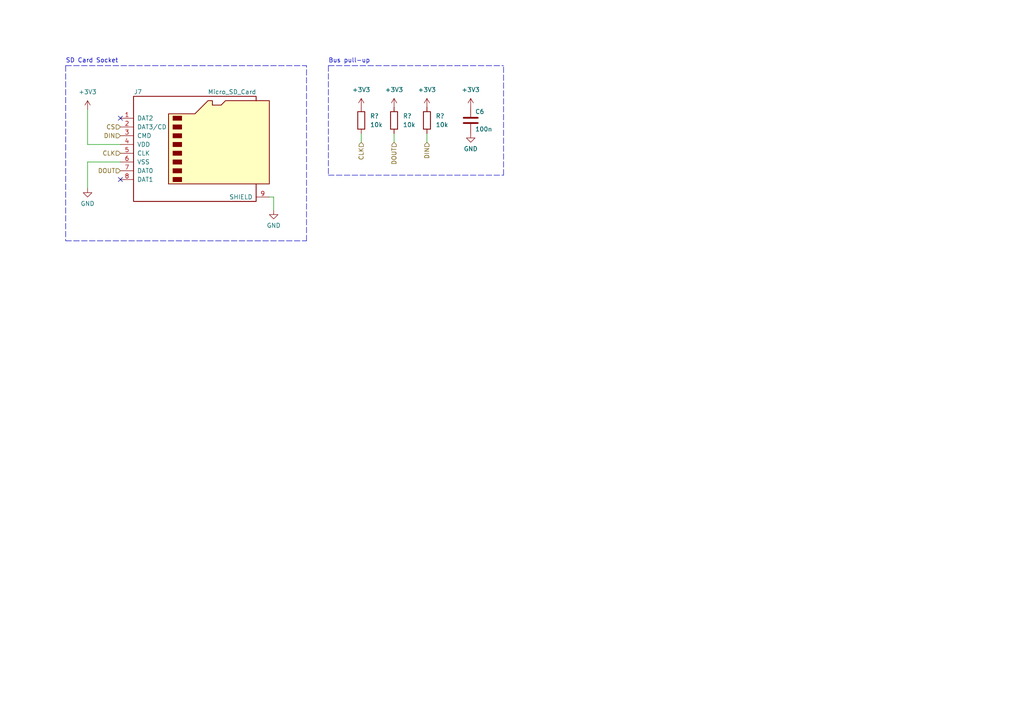
<source format=kicad_sch>
(kicad_sch (version 20211123) (generator eeschema)
  (paper "A4")
  (title_block (title "TermoPLC - Control Board") (date "2023-02-22") (rev "2") (company "PUT RocketLab") (comment 1 "Kacper Kaczmarek") (comment 2 "Designed by:"))
  (lib_symbols
    (symbol "Connector:Micro_SD_Card" (pin_names (offset 1.016))
      (property "Reference" "J" (at -16.51 15.24 0))
      (property "Value" "Micro_SD_Card" (at 16.51 15.24 0))
      (symbol "Micro_SD_Card_0_1"
        (rectangle (start -7.62 -9.525) (end -5.08 -10.795) (fill (type outline)))
        (rectangle (start -7.62 -6.985) (end -5.08 -8.255) (fill (type outline)))
        (rectangle (start -7.62 -4.445) (end -5.08 -5.715) (fill (type outline)))
        (rectangle (start -7.62 -1.905) (end -5.08 -3.175) (fill (type outline)))
        (rectangle (start -7.62 0.635) (end -5.08 -0.635) (fill (type outline)))
        (rectangle (start -7.62 3.175) (end -5.08 1.905) (fill (type outline)))
        (rectangle (start -7.62 5.715) (end -5.08 4.445) (fill (type outline)))
        (rectangle (start -7.62 8.255) (end -5.08 6.985) (fill (type outline)))
        (polyline (pts (xy 16.51 12.7) (xy 16.51 13.97) (xy -19.05 13.97) (xy -19.05 -16.51) (xy 16.51 -16.51) (xy 16.51 -11.43)) (stroke (width 0.254)))
        (polyline (pts (xy -8.89 -11.43) (xy -8.89 8.89) (xy -1.27 8.89) (xy 2.54 12.7) (xy 3.81 12.7) (xy 3.81 11.43) (xy 6.35 11.43) (xy 7.62 12.7) (xy 20.32 12.7) (xy 20.32 -11.43) (xy -8.89 -11.43)) (stroke (width 0.254)) (fill (type background)))
      )
      (symbol "Micro_SD_Card_1_1"
        (pin bidirectional line (at -22.86 7.62 0) (length 3.81) (name "DAT2") (number "1"))
        (pin bidirectional line (at -22.86 5.08 0) (length 3.81) (name "DAT3/CD") (number "2"))
        (pin input line (at -22.86 2.54 0) (length 3.81) (name "CMD") (number "3"))
        (pin power_in line (at -22.86 0 0) (length 3.81) (name "VDD") (number "4"))
        (pin input line (at -22.86 -2.54 0) (length 3.81) (name "CLK") (number "5"))
        (pin power_in line (at -22.86 -5.08 0) (length 3.81) (name "VSS") (number "6"))
        (pin bidirectional line (at -22.86 -7.62 0) (length 3.81) (name "DAT0") (number "7"))
        (pin bidirectional line (at -22.86 -10.16 0) (length 3.81) (name "DAT1") (number "8"))
        (pin passive line (at 20.32 -15.24 180) (length 3.81) (name "SHIELD") (number "9"))
      )
    )
    (symbol "Device:C" (pin_numbers hide) (pin_names (offset 0.254))
      (property "Reference" "C" (at 0.635 2.54 0))
      (property "Value" "C" (at 0.635 -2.54 0))
      (symbol "C_0_1"
        (polyline (pts (xy -2.032 -0.762) (xy 2.032 -0.762)) (stroke (width 0.508)))
        (polyline (pts (xy -2.032 0.762) (xy 2.032 0.762)) (stroke (width 0.508)))
      )
      (symbol "C_1_1"
        (pin passive line (at 0 3.81 270) (length 2.794) (name "~") (number "1"))
        (pin passive line (at 0 -3.81 90) (length 2.794) (name "~") (number "2"))
      )
    )
    (symbol "Device:R" (pin_numbers hide) (pin_names (offset 0))
      (property "Reference" "R" (at 2.032 0 90))
      (property "Value" "R" (at 0 0 90))
      (symbol "R_0_1"
        (rectangle (start -1.016 -2.54) (end 1.016 2.54) (stroke (width 0.254)))
      )
      (symbol "R_1_1"
        (pin passive line (at 0 3.81 270) (length 1.27) (name "~") (number "1"))
        (pin passive line (at 0 -3.81 90) (length 1.27) (name "~") (number "2"))
      )
    )
    (symbol "power:+3V3" (power) (pin_names (offset 0))
      (property "Value" "+3V3" (at 0 3.556 0))
      (symbol "+3V3_0_1"
        (polyline (pts (xy -0.762 1.27) (xy 0 2.54)))
        (polyline (pts (xy 0 0) (xy 0 2.54)))
        (polyline (pts (xy 0 2.54) (xy 0.762 1.27)))
      )
      (symbol "+3V3_1_1"
        (pin power_in line (at 0 0 90) (length 0) hide (name "+3V3") (number "1"))
      )
    )
    (symbol "power:GND" (power) (pin_names (offset 0))
      (property "Value" "GND" (at 0 -3.81 0))
      (symbol "GND_0_1"
        (polyline (pts (xy 0 0) (xy 0 -1.27) (xy 1.27 -1.27) (xy 0 -2.54) (xy -1.27 -1.27) (xy 0 -1.27)))
      )
      (symbol "GND_1_1"
        (pin power_in line (at 0 0 270) (length 0) hide (name "GND") (number "1"))
      )
    )
  )
  (no_connect (at 34.925 34.29))
  (no_connect (at 34.925 52.07))
  (polyline (pts (xy 19.05 69.85) (xy 88.9 69.85)))
  (polyline (pts (xy 88.9 69.85) (xy 88.9 19.05)))
  (polyline (pts (xy 95.25 50.8) (xy 146.05 50.8)))
  (wire (pts (xy 79.375 57.15) (xy 78.105 57.15)))
  (wire (pts (xy 25.4 54.61) (xy 25.4 46.99)))
  (wire (pts (xy 114.3 38.735) (xy 114.3 41.275)))
  (wire (pts (xy 25.4 41.91) (xy 34.925 41.91)))
  (wire (pts (xy 104.775 38.735) (xy 104.775 41.275)))
  (polyline (pts (xy 19.05 19.05) (xy 88.9 19.05)))
  (wire (pts (xy 79.375 60.96) (xy 79.375 57.15)))
  (polyline (pts (xy 19.05 19.05) (xy 19.05 69.85)))
  (polyline (pts (xy 146.05 50.8) (xy 146.05 19.05)))
  (wire (pts (xy 25.4 46.99) (xy 34.925 46.99)))
  (polyline (pts (xy 95.25 19.05) (xy 95.25 50.8)))
  (wire (pts (xy 25.4 31.75) (xy 25.4 41.91)))
  (polyline (pts (xy 95.25 19.05) (xy 146.05 19.05)))
  (wire (pts (xy 123.825 38.735) (xy 123.825 41.275)))
  (text "SD Card Socket" (at 19.05 18.415 0) (effects (font (size 1.27 1.27)) (justify left bottom)))
  (text "Bus pull-up" (at 95.25 18.415 0) (effects (font (size 1.27 1.27)) (justify left bottom)))
  (hierarchical_label "CLK" (shape input) (at 34.925 44.45 180))
  (hierarchical_label "DIN" (shape input) (at 34.925 39.37 180))
  (hierarchical_label "CLK" (shape input) (at 104.775 41.275 270))
  (hierarchical_label "DOUT" (shape input) (at 114.3 41.275 270))
  (hierarchical_label "CS" (shape input) (at 34.925 36.83 180))
  (hierarchical_label "DOUT" (shape input) (at 34.925 49.53 180))
  (hierarchical_label "DIN" (shape input) (at 123.825 41.275 270))
  (symbol (lib_id "Device:R") (at 123.825 34.925 0) (unit 1)
    (property "Reference" "R?" (at 126.365 33.6549 0) (effects (justify left)))
    (property "Value" "10k" (at 126.365 36.1949 0) (effects (justify left)))
    (property "Footprint" "Resistor_SMD:R_0603_1608Metric_Pad0.98x0.95mm_HandSolder" (effects hide))
  )
  (symbol (lib_id "Device:R") (at 114.3 34.925 0) (unit 1)
    (property "Reference" "R?" (at 116.84 33.6549 0) (effects (justify left)))
    (property "Value" "10k" (at 116.84 36.1949 0) (effects (justify left)))
    (property "Footprint" "Resistor_SMD:R_0603_1608Metric_Pad0.98x0.95mm_HandSolder" (effects hide))
  )
  (symbol (lib_id "Connector:Micro_SD_Card") (at 57.785 41.91 0) (unit 1)
    (property "Reference" "J7" (at 40.005 26.67 0))
    (property "Value" "Micro_SD_Card" (at 67.31 26.67 0))
    (property "Footprint" "Connector_Card:microSD_HC_Hirose_DM3D-SF" (effects hide))
    (property "Datasheet" "http://katalog.we-online.de/em/datasheet/693072010801.pdf" (effects hide))
  )
  (symbol (lib_id "power:GND") (at 136.525 38.735 0) (unit 1)
    (property "Reference" "#PWR033" (effects hide))
    (property "Value" "GND" (at 136.525 43.18 0))
  )
  (symbol (lib_id "power:+3V3") (at 25.4 31.75 0) (unit 1)
    (property "Reference" "#PWR032" (effects hide))
    (property "Value" "+3V3" (at 25.4 26.67 0))
  )
  (symbol (lib_id "power:+3V3") (at 114.3 31.115 0) (unit 1)
    (property "Reference" "#PWR?" (effects hide))
    (property "Value" "+3V3" (at 114.3 26.035 0))
  )
  (symbol (lib_id "power:GND") (at 25.4 54.61 0) (unit 1)
    (property "Reference" "#PWR048" (effects hide))
    (property "Value" "GND" (at 25.4 59.055 0))
  )
  (symbol (lib_id "power:+3V3") (at 123.825 31.115 0) (unit 1)
    (property "Reference" "#PWR?" (effects hide))
    (property "Value" "+3V3" (at 123.825 26.035 0))
  )
  (symbol (lib_id "power:+3V3") (at 136.525 31.115 0) (unit 1)
    (property "Reference" "#PWR031" (effects hide))
    (property "Value" "+3V3" (at 136.525 26.035 0))
  )
  (symbol (lib_id "Device:C") (at 136.525 34.925 180) (unit 1)
    (property "Reference" "C6" (at 137.795 32.385 0) (effects (justify right)))
    (property "Value" "100n" (at 137.795 37.465 0) (effects (justify right)))
    (property "Footprint" "Capacitor_SMD:C_0603_1608Metric_Pad1.08x0.95mm_HandSolder" (effects hide))
  )
  (symbol (lib_id "Device:R") (at 104.775 34.925 0) (unit 1)
    (property "Reference" "R?" (at 107.315 33.6549 0) (effects (justify left)))
    (property "Value" "10k" (at 107.315 36.1949 0) (effects (justify left)))
    (property "Footprint" "Resistor_SMD:R_0603_1608Metric_Pad0.98x0.95mm_HandSolder" (effects hide))
  )
  (symbol (lib_id "power:+3V3") (at 104.775 31.115 0) (unit 1)
    (property "Reference" "#PWR?" (effects hide))
    (property "Value" "+3V3" (at 104.775 26.035 0))
  )
  (symbol (lib_id "power:GND") (at 79.375 60.96 0) (unit 1)
    (property "Reference" "#PWR049" (effects hide))
    (property "Value" "GND" (at 79.375 65.405 0))
  )
)
</source>
